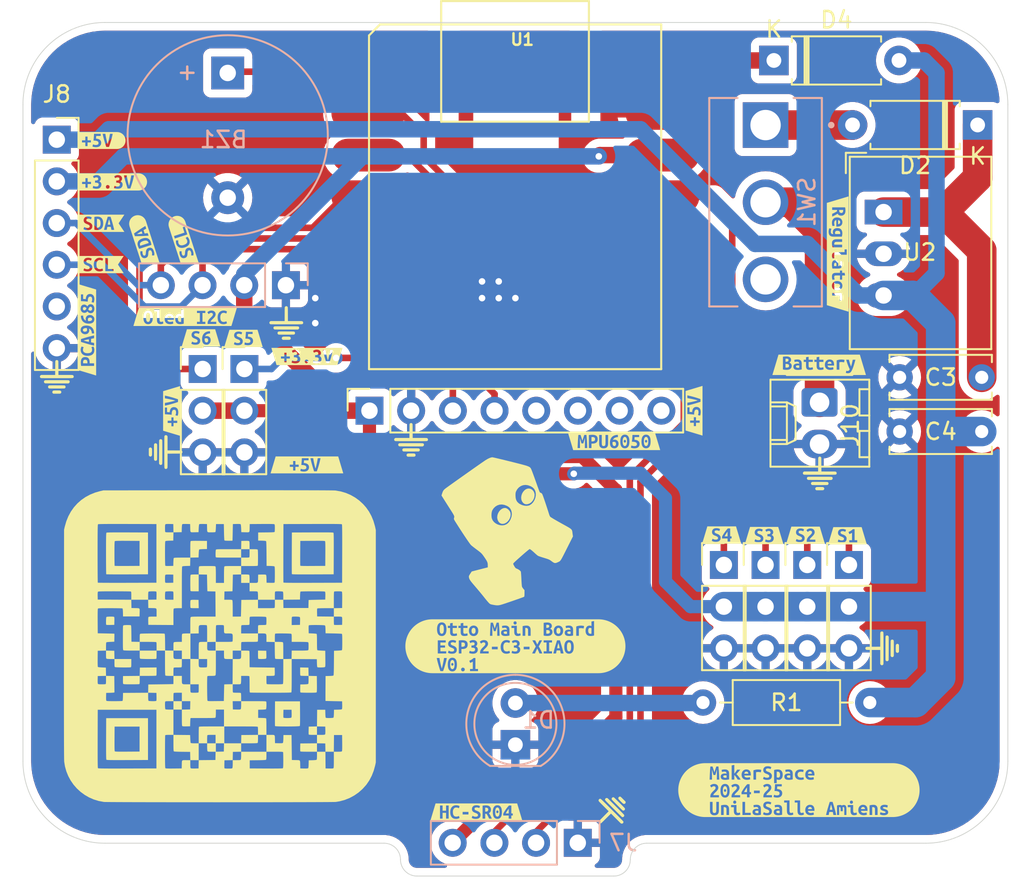
<source format=kicad_pcb>
(kicad_pcb (version 20240108) (generator "pcbnew") (generator_version "8.0")
  (layers (0 "F.Cu" signal "Front") (31 "B.Cu" signal "Back") (34 "B.Paste" user) (35 "F.Paste" user) (36 "B.SilkS" user "B.Silkscreen") (37 "F.SilkS" user "F.Silkscreen") (38 "B.Mask" user) (39 "F.Mask" user) (44 "Edge.Cuts" user))
  (net 0 "")
  (net 1 "GND")
  (net 2 "Net-(D1-A)")
  (net 3 "+5V")
  (net 4 "Buzzer")
  (net 5 "Servo-1")
  (net 6 "Servo-2")
  (net 7 "Servo-3")
  (net 8 "Servo-4")
  (net 9 "Servo-5")
  (net 11 "+3.3V")
  (net 12 "Echo")
  (net 13 "Trig")
  (net 14 "SCL")
  (net 15 "SDA")
  (net 17 "+BATT")
  (net 19 "Net-(J10-Pin_1)")
  (net 20 "Net-(D2-A)")
  (net 21 "Net-(D4-K)")
  (net 22 "EN-Driver")
  (footprint "kibuzzard-66E45A06" (layer "F.Cu") (at 117.3 70.348)
    (property "Reference" "kibuzzard-66E45A06" (hide yes))
    (property "Value" "G***" (hide yes))
  )
  (footprint "LOGO" (layer "F.Cu") (at 102.062553 71.597801)
    (property "Reference" "G***" (hide yes))
    (property "Value" "LOGO" (hide yes))
  )
  (footprint "LOGO" (layer "F.Cu") (at 152.352 88.128 90)
    (property "Reference" "G***" (hide yes))
    (property "Value" "LOGO" (hide yes))
  )
  (footprint "kibuzzard-66E45C9B" (layer "F.Cu") (at 109.726898 63.332584 108)
    (property "Reference" "kibuzzard-66E45C9B" (hide yes))
    (property "Value" "G***" (hide yes))
  )
  (footprint "kibuzzard-66E45B85" (layer "F.Cu") (at 113.434627 69.245399)
    (property "Reference" "kibuzzard-66E45B85" (hide yes))
    (property "Value" "G***" (hide yes))
  )
  (footprint "kibuzzard-66E45BBF" (layer "F.Cu") (at 105.44779 59.713663)
    (property "Reference" "kibuzzard-66E45BBF" (hide yes))
    (property "Value" "G***" (hide yes))
  )
  (footprint "Diode_THT:D_A-405_P7.62mm_Horizontal" (layer "F.Cu") (at 158.159374 56.243651 180)
    (property "Reference" "D2" (at 3.81 -2.47 0) (layer "F.SilkS"))
    (property "Value" "D_Small")
    (fp_text user "K" (at 0 -1.9 0) (layer "F.SilkS"))
    (pad "1" thru_hole rect (at 0 0 180) (size 1.8 1.8) (drill 0.9) (layers "*.Cu" "*.Mask") (net 17 "+BATT"))
    (pad "2" thru_hole oval (at 7.62 0 180) (size 1.8 1.8) (drill 0.9) (layers "*.Cu" "*.Mask") (net 20 "Net-(D2-A)"))
  )
  (footprint "Connector_PinHeader_2.54mm:PinHeader_1x03_P2.54mm_Vertical" (layer "F.Cu") (at 113.49 71.11)
    (property "Reference" "J5" (hide yes))
    (property "Value" "Conn_01x03")
    (pad "1" thru_hole rect (at 0 0) (size 1.7 1.7) (drill 1) (layers "*.Cu" "*.Mask") (net 9 "Servo-5"))
    (pad "2" thru_hole oval (at 0 2.54) (size 1.7 1.7) (drill 1) (layers "*.Cu" "*.Mask") (net 3 "+5V"))
    (pad "3" thru_hole oval (at 0 5.08) (size 1.7 1.7) (drill 1) (layers "*.Cu" "*.Mask") (net 1 "GND"))
  )
  (footprint "Connector_PinSocket_2.54mm:PinSocket_1x06_P2.54mm_Vertical" (layer "F.Cu") (at 102.06 57.14)
    (property "Reference" "J8" (at 0 -2.77 0) (layer "F.SilkS"))
    (property "Value" "PCA9685")
    (pad "1" thru_hole rect (at 0 0) (size 1.7 1.7) (drill 1) (layers "*.Cu" "*.Mask") (net 3 "+5V"))
    (pad "2" thru_hole oval (at 0 2.54) (size 1.7 1.7) (drill 1) (layers "*.Cu" "*.Mask") (net 11 "+3.3V"))
    (pad "3" thru_hole oval (at 0 5.08) (size 1.7 1.7) (drill 1) (layers "*.Cu" "*.Mask") (net 15 "SDA"))
    (pad "4" thru_hole oval (at 0 7.62) (size 1.7 1.7) (drill 1) (layers "*.Cu" "*.Mask") (net 14 "SCL"))
    (pad "5" thru_hole oval (at 0 10.16) (size 1.7 1.7) (drill 1) (layers "*.Cu" "*.Mask"))
    (pad "6" thru_hole oval (at 0 12.7) (size 1.7 1.7) (drill 1) (layers "*.Cu" "*.Mask") (net 1 "GND"))
  )
  (footprint "kibuzzard-66E45B4D" (layer "F.Cu") (at 147.675637 81.238656)
    (property "Reference" "kibuzzard-66E45B4D" (hide yes))
    (property "Value" "G***" (hide yes))
  )
  (footprint "kibuzzard-66E45B34" (layer "F.Cu") (at 142.566613 81.222984)
    (property "Reference" "kibuzzard-66E45B34" (hide yes))
    (property "Value" "G***" (hide yes))
  )
  (footprint "kibuzzard-66E45AAF" (layer "F.Cu") (at 148.505841 70.85662)
    (property "Reference" "kibuzzard-66E45AAF" (hide yes))
    (property "Value" "G***" (hide yes))
  )
  (footprint "kibuzzard-66E46157" (layer "F.Cu") (at 127.621966 98.101932)
    (property "Reference" "kibuzzard-66E46157" (hide yes))
    (property "Value" "G***" (hide yes))
  )
  (footprint "Diode_THT:D_A-405_P7.62mm_Horizontal" (layer "F.Cu") (at 145.748 52.314)
    (property "Reference" "D4" (at 3.81 -2.47 0) (layer "F.SilkS"))
    (property "Value" "D_Schottky")
    (fp_text user "K" (at 0 -1.9 0) (layer "F.SilkS"))
    (pad "1" thru_hole rect (at 0 0) (size 1.8 1.8) (drill 0.9) (layers "*.Cu" "*.Mask") (net 21 "Net-(D4-K)"))
    (pad "2" thru_hole oval (at 7.62 0) (size 1.8 1.8) (drill 0.9) (layers "*.Cu" "*.Mask") (net 3 "+5V"))
  )
  (footprint "Connector_PinHeader_2.54mm:PinHeader_1x03_P2.54mm_Vertical" (layer "F.Cu") (at 142.7 83.048)
    (property "Reference" "J4" (hide yes))
    (property "Value" "Conn_01x03")
    (pad "1" thru_hole rect (at 0 0) (size 1.7 1.7) (drill 1) (layers "*.Cu" "*.Mask") (net 8 "Servo-4"))
    (pad "2" thru_hole oval (at 0 2.54) (size 1.7 1.7) (drill 1) (layers "*.Cu" "*.Mask") (net 3 "+5V"))
    (pad "3" thru_hole oval (at 0 5.08) (size 1.7 1.7) (drill 1) (layers "*.Cu" "*.Mask") (net 1 "GND"))
  )
  (footprint "Capacitor_THT:C_Disc_D6.0mm_W2.5mm_P5.00mm" (layer "F.Cu") (at 158.408 71.618 180)
    (property "Reference" "C3" (at 2.5 0 0) (layer "F.SilkS"))
    (property "Value" "C_Small")
    (pad "1" thru_hole circle (at 0 0 180) (size 1.6 1.6) (drill 0.8) (layers "*.Cu" "*.Mask") (net 17 "+BATT"))
    (pad "2" thru_hole circle (at 5 0 180) (size 1.6 1.6) (drill 0.8) (layers "*.Cu" "*.Mask") (net 1 "GND"))
  )
  (footprint "kibuzzard-66E460BA" (layer "F.Cu") (at 103.931947 68.729117 90)
    (property "Reference" "kibuzzard-66E460BA" (hide yes))
    (property "Value" "G***" (hide yes))
  )
  (footprint "Resistor_THT:R_Axial_DIN0207_L6.3mm_D2.5mm_P10.16mm_Horizontal" (layer "F.Cu") (at 151.59 91.43 180)
    (property "Reference" "R1" (at 5.08 0 0) (layer "F.SilkS"))
    (property "Value" "R_Small")
    (pad "1" thru_hole circle (at 0 0 180) (size 1.6 1.6) (drill 0.8) (layers "*.Cu" "*.Mask") (net 3 "+5V"))
    (pad "2" thru_hole oval (at 10.16 0 180) (size 1.6 1.6) (drill 0.8) (layers "*.Cu" "*.Mask") (net 2 "Net-(D1-A)"))
  )
  (footprint "kibuzzard-66E45B47" (layer "F.Cu") (at 145.152469 81.254328)
    (property "Reference" "kibuzzard-66E45B47" (hide yes))
    (property "Value" "G***" (hide yes))
  )
  (footprint "Connector_PinHeader_2.54mm:PinHeader_1x03_P2.54mm_Vertical" (layer "F.Cu") (at 110.95 71.11)
    (property "Reference" "J6" (hide yes))
    (property "Value" "Conn_01x03")
    (pad "1" thru_hole rect (at 0 0) (size 1.7 1.7) (drill 1) (layers "*.Cu" "*.Mask") (net 22 "EN-Driver"))
    (pad "2" thru_hole oval (at 0 2.54) (size 1.7 1.7) (drill 1) (layers "*.Cu" "*.Mask") (net 3 "+5V"))
    (pad "3" thru_hole oval (at 0 5.08) (size 1.7 1.7) (drill 1) (layers "*.Cu" "*.Mask") (net 1 "GND"))
  )
  (footprint "Connector_Molex:Molex_KK-254_AE-6410-02A_1x02_P2.54mm_Vertical" (layer "F.Cu") (at 148.528966 73.142 -90)
    (property "Reference" "J10" (at 1.387 -1.877 90) (layer "F.SilkS"))
    (property "Value" "Conn_01x02")
    (pad "1" thru_hole roundrect (at 0 0 270) (size 1.74 2.19) (drill 1.19) (layers "*.Cu" "*.Mask") (roundrect_rratio 0.143678) (net 19 "Net-(J10-Pin_1)"))
    (pad "2" thru_hole oval (at 2.54 0 270) (size 1.74 2.19) (drill 1.19) (layers "*.Cu" "*.Mask") (net 1 "GND"))
  )
  (footprint "kibuzzard-66E45B15" (layer "F.Cu") (at 109.054754 73.666074 90)
    (property "Reference" "kibuzzard-66E45B15" (hide yes))
    (property "Value" "G***" (hide yes))
  )
  (footprint "Converter_DCDC:Converter_DCDC_RECOM_R-78E-0.5_THT" (layer "F.Cu") (at 152.4305 61.551 -90)
    (property "Reference" "U2" (at 2.447 -2.2075 180) (layer "F.SilkS"))
    (property "Value" "R-78E5.0-1.0")
    (pad "1" thru_hole rect (at 0 0 270) (size 1.5 2.3) (drill 1) (layers "*.Cu" "*.Mask") (net 17 "+BATT"))
    (pad "2" thru_hole oval (at 2.54 0 270) (size 1.5 2.3) (drill 1) (layers "*.Cu" "*.Mask") (net 1 "GND"))
    (pad "3" thru_hole oval (at 5.079999 0 270) (size 1.5 2.3) (drill 1) (layers "*.Cu" "*.Mask") (net 3 "+5V"))
  )
  (footprint "kibuzzard-66E45BE1" (layer "F.Cu") (at 104.79735 62.234395)
    (property "Reference" "kibuzzard-66E45BE1" (hide yes))
    (property "Value" "G***" (hide yes))
  )
  (footprint "LOGO" (layer "F.Cu") (at 148.542 77.479916)
    (property "Reference" "G***" (hide yes))
    (property "Value" "LOGO" (hide yes))
  )
  (footprint "Connector_PinHeader_2.54mm:PinHeader_1x03_P2.54mm_Vertical" (layer "F.Cu") (at 147.78 83.048)
    (property "Reference" "J2" (hide yes))
    (property "Value" "Conn_01x03")
    (pad "1" thru_hole rect (at 0 0) (size 1.7 1.7) (drill 1) (layers "*.Cu" "*.Mask") (net 6 "Servo-2"))
    (pad "2" thru_hole oval (at 0 2.54) (size 1.7 1.7) (drill 1) (layers "*.Cu" "*.Mask") (net 3 "+5V"))
    (pad "3" thru_hole oval (at 0 5.08) (size 1.7 1.7) (drill 1) (layers "*.Cu" "*.Mask") (net 1 "GND"))
  )
  (footprint "Connector_PinHeader_2.54mm:PinHeader_1x03_P2.54mm_Vertical" (layer "F.Cu") (at 145.24 83.048)
    (property "Reference" "J3" (hide yes))
    (property "Value" "Conn_01x03")
    (pad "1" thru_hole rect (at 0 0) (size 1.7 1.7) (drill 1) (layers "*.Cu" "*.Mask") (net 7 "Servo-3"))
    (pad "2" thru_hole oval (at 0 2.54) (size 1.7 1.7) (drill 1) (layers "*.Cu" "*.Mask") (net 3 "+5V"))
    (pad "3" thru_hole oval (at 0 5.08) (size 1.7 1.7) (drill 1) (layers "*.Cu" "*.Mask") (net 1 "GND"))
  )
  (footprint "LOGO" (layer "F.Cu") (at 116.041846 68.316)
    (property "Reference" "G***" (hide yes))
    (property "Value" "LOGO" (hide yes))
  )
  (footprint "LOGO" (layer "F.Cu") (at 129.492 81)
    (property "Reference" "G***" (hide yes))
    (property "Value" "LOGO" (hide yes))
  )
  (footprint "Connector_PinHeader_2.54mm:PinHeader_1x03_P2.54mm_Vertical" (layer "F.Cu") (at 150.32 83.048)
    (property "Reference" "J1" (hide yes))
    (property "Value" "Conn_01x03")
    (pad "1" thru_hole rect (at 0 0) (size 1.7 1.7) (drill 1) (layers "*.Cu" "*.Mask") (net 5 "Servo-1"))
    (pad "2" thru_hole oval (at 0 2.54) (size 1.7 1.7) (drill 1) (layers "*.Cu" "*.Mask") (net 3 "+5V"))
    (pad "3" thru_hole oval (at 0 5.08) (size 1.7 1.7) (drill 1) (layers "*.Cu" "*.Mask") (net 1 "GND"))
  )
  (footprint "LOGO" (layer "F.Cu") (at 123.643834 75.435378)
    (property "Reference" "G***" (hide yes))
    (property "Value" "LOGO" (hide yes))
  )
  (footprint "kibuzzard-66E45C62" (layer "F.Cu") (at 107.334328 63.311688 108)
    (property "Reference" "kibuzzard-66E45C62" (hide yes))
    (property "Value" "G***" (hide yes))
  )
  (footprint "xiao ESP32C3_PCB:MOUDLE14P-SMD-2.54-21X17.8MM" (layer "F.Cu") (at 121.0825 71.11925)
    (property "Reference" "U1" (at 9.3345 -20.07525 0) (layer "F.SilkS") (effects (font (size 0.7 0.7))))
    (property "Value" "MOUDLE-SEEEDUINO-XIAO-ESP32C3")
    (pad "1" smd roundrect (at 0.835 -18.12) (size 4.5 2) (drill (offset -0.875 0)) (layers "F.Cu" "F.Paste" "F.Mask") (roundrect_rratio 0.5) (net 4 "Buzzer"))
    (pad "2" smd roundrect (at 0.835 -15.58) (size 4.5 2) (drill (offset -0.875 0)) (layers "F.Cu" "F.Paste" "F.Mask") (roundrect_rratio 0.5) (net 12 "Echo"))
    (pad "3" smd roundrect (at 0.835 -13.04) (size 4.5 2) (drill (offset -0.875 0)) (layers "F.Cu" "F.Paste" "F.Mask") (roundrect_rratio 0.5) (net 13 "Trig"))
    (pad "4" smd roundrect (at 0.835 -10.5) (size 4.5 2) (drill (offset -0.875 0)) (layers "F.Cu" "F.Paste" "F.Mask") (roundrect_rratio 0.5) (net 22 "EN-Driver"))
    (pad "5" smd roundrect (at 0.835 -7.96) (size 4.5 2) (drill (offset -0.875 0)) (layers "F.Cu" "F.Paste" "F.Mask") (roundrect_rratio 0.5) (net 15 "SDA"))
    (pad "6" smd roundrect (at 0.835 -5.42) (size 4.5 2) (drill (offset -0.875 0)) (layers "F.Cu" "F.Paste" "F.Mask") (roundrect_rratio 0.5) (net 14 "SCL"))
    (pad "7" smd roundrect (at 0.835 -2.88) (size 4.5 2) (drill (offset -0.875 0)) (layers "F.Cu" "F.Paste" "F.Mask") (roundrect_rratio 0.5) (net 9 "Servo-5"))
    (pad "8" smd roundrect (at 17 -2.88) (size 4.5 2) (drill (offset 0.875 0)) (layers "F.Cu" "F.Paste" "F.Mask") (roundrect_rratio 0.5) (net 8 "Servo-4"))
    (pad "9" smd roundrect (at 17 -5.42) (size 4.5 2) (drill (offset 0.875 0)) (layers "F.Cu" "F.Paste" "F.Mask") (roundrect_rratio 0.5) (net 7 "Servo-3"))
    (pad "10" smd roundrect (at 17 -7.96) (size 4.5 2) (drill (offset 0.875 0)) (layers "F.Cu" "F.Paste" "F.Mask") (roundrect_rratio 0.5) (net 6 "Servo-2"))
    (pad "11" smd roundrect (at 17 -10.5) (size 4.5 2) (drill (offset 0.875 0)) (layers "F.Cu" "F.Paste" "F.Mask") (roundrect_rratio 0.5) (net 5 "Servo-1"))
    (pad "12" smd roundrect (at 17 -13.04) (size 4.5 2) (drill (offset 0.875 0)) (layers "F.Cu" "F.Paste" "F.Mask") (roundrect_rratio 0.5) (net 11 "+3.3V"))
    (pad "13" smd roundrect (at 17 -15.58) (size 4.5 2) (drill (offset 0.875 0)) (layers "F.Cu" "F.Paste" "F.Mask") (roundrect_rratio 0.5) (net 1 "GND"))
    (pad "14" smd roundrect (at 17 -18.12) (size 4.5 2) (drill (offset 0.875 0)) (layers "F.Cu" "F.Paste" "F.Mask") (roundrect_rratio 0.5) (net 21 "Net-(D4-K)"))
    (zone (net 0) (net_name "") (layer "F.Cu") (connect_pads (clearance 0)) (min_thickness 0.01)
      (keepout (tracks not_allowed) (vias not_allowed) (pads not_allowed) (copperpour not_allowed) (footprints allowed))
      (fill (thermal_gap 0.508) (thermal_bridge_width 0.508))
      (polygon (pts (xy 124.7655 50.03725) (xy 126.5435 50.03725) (xy 126.5435 52.70425) (xy 124.7655 52.70425)))
    )
    (zone (net 0) (net_name "") (layer "F.Cu") (connect_pads (clearance 0)) (min_thickness 0.01)
      (keepout (tracks not_allowed) (vias not_allowed) (pads not_allowed) (copperpour not_allowed) (footprints allowed))
      (fill (thermal_gap 0.508) (thermal_bridge_width 0.508))
      (polygon (pts (xy 124.7655 54.10125) (xy 126.5435 54.10125) (xy 126.5435 56.76825) (xy 124.7655 56.76825)))
    )
    (zone (net 0) (net_name "") (layer "F.Cu") (connect_pads (clearance 0)) (min_thickness 0.01)
      (keepout (tracks not_allowed) (vias not_allowed) (pads not_allowed) (copperpour not_allowed) (footprints allowed))
      (fill (thermal_gap 0.508) (thermal_bridge_width 0.508))
      (polygon (pts (xy 127.4325 50.79925) (xy 132.6395 50.79925) (xy 132.6395 57.78425) (xy 127.4325 57.78425)))
    )
    (zone (net 0) (net_name "") (layer "F.Cu") (connect_pads (clearance 0)) (min_thickness 0.01)
      (keepout (tracks not_allowed) (vias not_allowed) (pads not_allowed) (copperpour not_allowed) (footprints allowed))
      (fill (thermal_gap 0.508) (thermal_bridge_width 0.508))
      (polygon (pts (xy 133.4015 50.03725) (xy 135.1795 50.03725) (xy 135.1795 52.70425) (xy 133.4015 52.70425)))
    )
    (zone (net 0) (net_name "") (layer "F.Cu") (connect_pads (clearance 0)) (min_thickness 0.01)
      (keepout (tracks not_allowed) (vias not_allowed) (pads not_allowed) (copperpour not_allowed) (footprints allowed))
      (fill (thermal_gap 0.508) (thermal_bridge_width 0.508))
      (polygon (pts (xy 133.4015 54.10125) (xy 135.1795 54.10125) (xy 135.1795 56.76825) (xy 133.4015 56.76825)))
    )
  )
  (footprint "kibuzzard-66E45BF0" (layer "F.Cu") (at 104.776454 64.748856)
    (property "Reference" "kibuzzard-66E45BF0" (hide yes))
    (property "Value" "G***" (hide yes))
  )
  (footprint "kibuzzard-66E460A4" (layer "F.Cu") (at 109.883338 67.926462)
    (property "Reference" "kibuzzard-66E460A4" (hide yes))
    (property "Value" "G***" (hide yes))
  )
  (footprint "kibuzzard-66E45BAB" (layer "F.Cu") (at 104.789572 57.190494)
    (property "Reference" "kibuzzard-66E45BAB" (hide yes))
    (property "Value" "G***" (hide yes))
  )
  (footprint "kibuzzard-6707CF99" (layer "F.Cu") (at 130 88)
    (property "Reference" "kibuzzard-6707CF99" (hide yes))
    (property "Value" "G***" (hide yes))
  )
  (footprint "kibuzzard-66E45A30" (layer "F.Cu") (at 117.3 76.952)
    (property "Reference" "kibuzzard-66E45A30" (hide yes))
    (property "Value" "G***" (hide yes))
  )
  (footprint "LOGO" (layer "F.Cu") (at 135.842 98.034 135)
    (property "Reference" "G***" (hide yes))
    (property "Value" "LOGO" (hide yes))
  )
  (footprint "LOGO" (layer "F.Cu") (at 112 88)
    (property "Reference" "G***" (hide yes))
    (property "Value" "LOGO" (hide yes))
  )
  (footprint "kibuzzard-66E45B8A" (layer "F.Cu") (at 110.848771 69.214055)
    (property "Reference" "kibuzzard-66E45B8A" (hide yes))
    (property "Value" "G***" (hide yes))
  )
  (footprint "kibuzzard-66E460D9" (layer "F.Cu") (at 136.013689 75.525884)
    (property "Reference" "kibuzzard-66E460D9" (hide yes))
    (property "Value" "G***" (hide yes))
  )
  (footprint "Connector_PinSocket_2.54mm:PinSocket_1x08_P2.54mm_Vertical" (layer "F.Cu") (at 121.109999 73.65 90)
    (property "Reference" "J13" (hide yes))
    (property "Value" "MPU6050")
    (pad "1" thru_hole rect (at 0 0 90) (size 1.7 1.7) (drill 1) (layers "*.Cu" "*.Mask") (net 11 "+3.3V"))
    (pad "2" thru_hole oval (at 0 2.54 90) (size 1.7 1.7) (drill 1) (layers "*.Cu" "*.Mask") (net 1 "GND"))
    (pad "3" thru_hole oval (at 0 5.079999 90) (size 1.7 1.7) (drill 1) (layers "*.Cu" "*.Mask") (net 14 "SCL"))
    (pad "4" thru_hole oval (at 0 7.62 90) (size 1.7 1.7) (drill 1) (layers "*.Cu" "*.Mask") (net 15 "SDA"))
    (pad "5" thru_hole oval (at 0 10.16 90) (size 1.7 1.7) (drill 1) (layers "*.Cu" "*.Mask"))
    (pad "6" thru_hole oval (at 0 12.7 90) (size 1.7 1.7) (drill 1) (layers "*.Cu" "*.Mask"))
    (pad "7" thru_hole oval (at 0 15.24 90) (size 1.7 1.7) (drill 1) (layers "*.Cu" "*.Mask"))
    (pad "8" thru_hole oval (at 0 17.780001 90) (size 1.7 1.7) (drill 1) (layers "*.Cu" "*.Mask"))
  )
  (footprint "kibuzzard-6707CFA2" (layer "F.Cu") (at 147.272 96.764)
    (property "Reference" "kibuzzard-6707CFA2" (hide yes))
    (property "Value" "G***" (hide yes))
  )
  (footprint "kibuzzard-66E45B51" (layer "F.Cu") (at 150.23015 81.27)
    (property "Reference" "kibuzzard-66E45B51" (hide yes))
    (property "Value" "G***" (hide yes))
  )
  (footprint "kibuzzard-6707C6B3" (layer "F.Cu") (at 149.633381 64.107135 -90)
    (property "Reference" "kibuzzard-6707C6B3" (hide yes))
    (property "Value" "G***" (hide yes))
  )
  (footprint "kibuzzard-66E45B15" (layer "F.Cu") (at 140.883224 73.65325 90)
    (property "Reference" "kibuzzard-66E45B15" (hide yes))
    (property "Value" "G***" (hide yes))
  )
  (footprint "LOGO" (layer "F.Cu") (at 108.683743 76.16845 -90)
    (property "Reference" "G***" (hide yes))
    (property "Value" "LOGO" (hide yes))
  )
  (footprint "Capacitor_THT:C_Disc_D6.0mm_W2.5mm_P5.00mm" (layer "F.Cu") (at 158.408 74.92 180)
    (property "Reference" "C4" (at 2.5 0 0) (layer "F.SilkS"))
    (property "Value" "C_Small")
    (pad "1" thru_hole circle (at 0 0 180) (size 1.6 1.6) (drill 0.8) (layers "*.Cu" "*.Mask") (net 3 "+5V"))
    (pad "2" thru_hole circle (at 5 0 180) (size 1.6 1.6) (drill 0.8) (layers "*.Cu" "*.Mask") (net 1 "GND"))
  )
  (footprint "LED_THT:LED_D5.0mm" (layer "B.Cu") (at 130 94 90)
    (property "Reference" "D1" (at 1.501993 1.41302 180) (layer "B.SilkS") (effects (justify mirror)))
    (property "Value" "LED_Small")
    (pad "1" thru_hole rect (at 0 0 90) (size 1.8 1.8) (drill 0.9) (layers "*.Cu" "*.Mask") (net 1 "GND"))
    (pad "2" thru_hole circle (at 2.54 0 90) (size 1.8 1.8) (drill 0.9) (layers "*.Cu" "*.Mask") (net 2 "Net-(D1-A)"))
  )
  (footprint "Connector_PinSocket_2.54mm:PinSocket_1x04_P2.54mm_Vertical" (layer "B.Cu") (at 116.02 66.005 90)
    (property "Reference" "J12" (hide yes))
    (property "Value" "OLED 0,91\" - I2C (SKU21796)")
    (pad "1" thru_hole rect (at 0 0 90) (size 1.7 1.7) (drill 1) (layers "*.Cu" "*.Mask") (net 1 "GND"))
    (pad "2" thru_hole oval (at 0 -2.54 90) (size 1.7 1.7) (drill 1) (layers "*.Cu" "*.Mask") (net 11 "+3.3V"))
    (pad "3" thru_hole oval (at 0 -5.079999 90) (size 1.7 1.7) (drill 1) (layers "*.Cu" "*.Mask") (net 14 "SCL"))
    (pad "4" thru_hole oval (at 0 -7.62 90) (size 1.7 1.7) (drill 1) (layers "*.Cu" "*.Mask") (net 15 "SDA"))
  )
  (footprint "Connector_PinSocket_2.54mm:PinSocket_1x04_P2.54mm_Vertical" (layer "B.Cu") (at 133.8 99.975 90)
    (property "Reference" "J7" (at 0 2.77 180) (layer "B.SilkS") (effects (justify mirror)))
    (property "Value" "Conn_01x04")
    (pad "1" thru_hole rect (at 0 0 90) (size 1.7 1.7) (drill 1) (layers "*.Cu" "*.Mask") (net 1 "GND"))
    (pad "2" thru_hole oval (at 0 -2.54 90) (size 1.7 1.7) (drill 1) (layers "*.Cu" "*.Mask") (net 12 "Echo"))
    (pad "3" thru_hole oval (at 0 -5.08 90) (size 1.7 1.7) (drill 1) (layers "*.Cu" "*.Mask") (net 13 "Trig"))
    (pad "4" thru_hole oval (at 0 -7.62 90) (size 1.7 1.7) (drill 1) (layers "*.Cu" "*.Mask") (net 11 "+3.3V"))
  )
  (footprint "100SP1T1B4M2QE:SW_100SP1T1B4M2QE" (layer "B.Cu") (at 145.24 60.95 180)
    (property "Reference" "SW1" (at -2.520497 0.013582 -90) (layer "B.SilkS") (effects (justify mirror)))
    (property "Value" "SW_SPDT")
    (pad "1" thru_hole rect (at 0 4.7 180) (size 2.775 2.775) (drill 1.85) (layers "*.Cu" "*.Mask") (net 20 "Net-(D2-A)"))
    (pad "2" thru_hole circle (at 0 0 180) (size 2.775 2.775) (drill 1.85) (layers "*.Cu" "*.Mask") (net 19 "Net-(J10-Pin_1)"))
    (pad "3" thru_hole circle (at 0 -4.7 180) (size 2.775 2.775) (drill 1.85) (layers "*.Cu" "*.Mask"))
  )
  (footprint "Buzzer_Beeper:Buzzer_12x9.5RM7.6" (layer "B.Cu") (at 112.474 53.076 -90)
    (property "Reference" "BZ1" (at 4.064 0.254 180) (layer "B.SilkS") (effects (justify mirror)))
    (property "Value" "Buzzer")
    (fp_text user "+" (at -0.01 2.54 90) (layer "B.SilkS") (effects (justify mirror)))
    (pad "1" thru_hole rect (at 0 0 270) (size 2 2) (drill 1) (layers "*.Cu" "*.Mask") (net 4 "Buzzer"))
    (pad "2" thru_hole circle (at 7.6 0 270) (size 2 2) (drill 1) (layers "*.Cu" "*.Mask") (net 1 "GND"))
  )
  (gr_line (start 124 102) (end 136 102) (stroke (width 0.05)) (layer "Edge.Cuts"))
  (gr_line (start 100 95) (end 100 55) (stroke (width 0.05)) (layer "Edge.Cuts"))
  (gr_arc (start 124 102) (mid 123.292893 101.707107) (end 123 101) (stroke (width 0.05)) (layer "Edge.Cuts"))
  (gr_line (start 122 100) (end 105 100) (stroke (width 0.05)) (layer "Edge.Cuts"))
  (gr_arc (start 155 50) (mid 158.535534 51.464466) (end 160 55) (stroke (width 0.05)) (layer "Edge.Cuts"))
  (gr_arc (start 100 55) (mid 101.464466 51.464466) (end 105 50) (stroke (width 0.05)) (layer "Edge.Cuts"))
  (gr_line (start 160 55) (end 160 95) (stroke (width 0.05)) (layer "Edge.Cuts"))
  (gr_line (start 105 50) (end 155 50) (stroke (width 0.05)) (layer "Edge.Cuts"))
  (gr_arc (start 137 101) (mid 137.292893 100.292893) (end 138 100) (stroke (width 0.05)) (layer "Edge.Cuts"))
  (gr_arc (start 137 101) (mid 136.707107 101.707107) (end 136 102) (stroke (width 0.05)) (layer "Edge.Cuts"))
  (gr_arc (start 160 95) (mid 158.535534 98.535534) (end 155 100) (stroke (width 0.05)) (layer "Edge.Cuts"))
  (gr_arc (start 105 100) (mid 101.464466 98.535534) (end 100 95) (stroke (width 0.05)) (layer "Edge.Cuts"))
  (gr_arc (start 122 100) (mid 122.707107 100.292893) (end 123 101) (stroke (width 0.05)) (layer "Edge.Cuts"))
  (gr_line (start 138 100) (end 155 100) (stroke (width 0.05)) (layer "Edge.Cuts"))
  (via (at 128.984 66.792) (size 0.8) (drill 0.4) (layers "F.Cu" "B.Cu") (net 1))
  (via (at 128.984 65.776) (size 0.8) (drill 0.4) (layers "F.Cu" "B.Cu") (net 1))
  (via (at 127.968 66.792) (size 0.8) (drill 0.4) (layers "F.Cu" "B.Cu") (net 1))
  (via (at 130 66.792) (size 0.8) (drill 0.4) (layers "F.Cu" "B.Cu") (net 1))
  (via (at 117.808 66.792) (size 0.8) (drill 0.4) (layers "F.Cu" "B.Cu") (net 1))
  (via (at 127.968 65.776) (size 0.8) (drill 0.4) (layers "F.Cu" "B.Cu") (net 1))
  (via (at 117.808 68.316) (size 0.8) (drill 0.4) (layers "F.Cu" "B.Cu") (net 1))
  (segment (start 141.4 91.46) (end 141.43 91.43) (width 1) (layer "B.Cu") (net 2))
  (segment (start 130 91.46) (end 141.4 91.46) (width 1) (layer "B.Cu") (net 2))
  (segment (start 121.803654 77.494) (end 117.959654 73.65) (width 0.8) (layer "F.Cu") (net 3))
  (segment (start 110.95 73.65) (end 113.49 73.65) (width 1) (layer "F.Cu") (net 3))
  (segment (start 133.556 77.494) (end 121.803654 77.494) (width 0.8) (layer "F.Cu") (net 3))
  (segment (start 117.959654 73.65) (end 113.49 73.65) (width 0.8) (layer "F.Cu") (net 3))
  (via (at 133.556 77.494) (size 0.8) (drill 0.4) (layers "F.Cu" "B.Cu") (net 3))
  (segment (start 145.24 85.588) (end 147.78 85.588) (width 1.8) (layer "B.Cu") (net 3))
  (segment (start 139.144 84.064) (end 140.668 85.588) (width 0.8) (layer "B.Cu") (net 3))
  (segment (start 155.908 85.588) (end 150.32 85.588) (width 1.8) (layer "B.Cu") (net 3))
  (segment (start 155.908 72.126) (end 155.908 68.316) (width 1.8) (layer "B.Cu") (net 3))
  (segment (start 137.62 56.505) (end 144.604999 63.489999) (width 1) (layer "B.Cu") (net 3))
  (segment (start 104.6 57.14) (end 105.235 56.505) (width 1) (layer "B.Cu") (net 3))
  (segment (start 147.78 85.588) (end 150.32 85.588) (width 1.8) (layer "B.Cu") (net 3))
  (segment (start 158.408 74.92) (end 155.908 74.92) (width 1.8) (layer "B.Cu") (net 3))
  (segment (start 139.144 78.984) (end 139.144 84.064) (width 0.8) (layer "B.Cu") (net 3))
  (segment (start 152.4305 66.630999) (end 154.291001 66.630999) (width 1) (layer "B.Cu") (net 3))
  (segment (start 144.604999 63.489999) (end 147.779999 63.489999) (width 1) (layer "B.Cu") (net 3))
  (segment (start 155.908 84.064) (end 155.908 85.588) (width 1.8) (layer "B.Cu") (net 3))
  (segment (start 102.06 57.14) (end 104.6 57.14) (width 1) (layer "B.Cu") (net 3))
  (segment (start 154.291001 66.630999) (end 155.654 65.268) (width 1) (layer "B.Cu") (net 3))
  (segment (start 155.654 53.076) (end 154.892 52.314) (width 1) (layer "B.Cu") (net 3))
  (segment (start 140.668 85.588) (end 142.7 85.588) (width 0.8) (layer "B.Cu") (net 3))
  (segment (start 155.908 89.906) (end 155.908 84.064) (width 1.8) (layer "B.Cu") (net 3))
  (segment (start 154.892 52.314) (end 153.368 52.314) (width 1) (layer "B.Cu") (net 3))
  (segment (start 150.920999 66.630999) (end 152.4305 66.630999) (width 1) (layer "B.Cu") (net 3))
  (segment (start 137.62 77.46) (end 139.144 78.984) (width 0.8) (layer "B.Cu") (net 3))
  (segment (start 147.779999 63.489999) (end 150.920999 66.630999) (width 1) (layer "B.Cu") (net 3))
  (segment (start 155.908 74.158) (end 155.908 72.126) (width 1.8) (layer "B.Cu") (net 3))
  (segment (start 105.235 56.505) (end 137.62 56.505) (width 1) (layer "B.Cu") (net 3))
  (segment (start 154.384 91.43) (end 155.908 89.906) (width 1.8) (layer "B.Cu") (net 3))
  (segment (start 151.59 91.43) (end 154.384 91.43) (width 1.8) (layer "B.Cu") (net 3))
  (segment (start 133.556 77.494) (end 133.59 77.46) (width 0.8) (layer "B.Cu") (net 3))
  (segment (start 142.7 85.588) (end 145.24 85.588) (width 1.8) (layer "B.Cu") (net 3))
  (segment (start 155.908 74.158) (end 155.908 84.064) (width 1.8) (layer "B.Cu") (net 3))
  (segment (start 155.908 68.316) (end 154.222999 66.630999) (width 1.8) (layer "B.Cu") (net 3))
  (segment (start 154.222999 66.630999) (end 152.4305 66.630999) (width 1.8) (layer "B.Cu") (net 3))
  (segment (start 155.908 74.92) (end 155.908 74.158) (width 1.8) (layer "B.Cu") (net 3))
  (segment (start 133.59 77.46) (end 137.62 77.46) (width 0.8) (layer "B.Cu") (net 3))
  (segment (start 155.654 65.268) (end 155.654 53.076) (width 1) (layer "B.Cu") (net 3))
  (segment (start 112.55075 52.99925) (end 112.474 53.076) (width 0.4) (layer "F.Cu") (net 4))
  (segment (start 121.9175 52.99925) (end 112.55075 52.99925) (width 0.4) (layer "F.Cu") (net 4))
  (segment (start 144.65 77.220762) (end 145.905238 78.476) (width 0.4) (layer "F.Cu") (net 5))
  (segment (start 142.11525 60.61925) (end 143.208 61.712) (width 0.4) (layer "F.Cu") (net 5))
  (segment (start 145.905238 78.476) (end 149.05 78.476) (width 0.4) (layer "F.Cu") (net 5))
  (segment (start 150.32 79.746) (end 150.32 83.048) (width 0.4) (layer "F.Cu") (net 5))
  (segment (start 149.05 78.476) (end 150.32 79.746) (width 0.4) (layer "F.Cu") (net 5))
  (segment (start 144.65 70.048286) (end 144.65 77.220762) (width 0.4) (layer "F.Cu") (net 5))
  (segment (start 138.0825 60.61925) (end 138.0825 60.878986) (width 0.2) (layer "F.Cu") (net 5))
  (segment (start 143.208 68.606286) (end 144.65 70.048286) (width 0.4) (layer "F.Cu") (net 5))
  (segment (start 143.208 61.712) (end 143.208 68.606286) (width 0.4) (layer "F.Cu") (net 5))
  (segment (start 138.0825 60.61925) (end 142.11525 60.61925) (width 0.4) (layer "F.Cu") (net 5))
  (segment (start 144 77.490001) (end 144 70.317524) (width 0.4) (layer "F.Cu") (net 6))
  (segment (start 146.906 79.126) (end 145.635999 79.126) (width 0.4) (layer "F.Cu") (net 6))
  (segment (start 147.78 83.048) (end 147.78 80) (width 0.4) (layer "F.Cu") (net 6))
  (segment (start 147.78 80) (end 146.906 79.126) (width 0.4) (layer "F.Cu") (net 6))
  (segment (start 145.635999 79.126) (end 144 77.490001) (width 0.4) (layer "F.Cu") (net 6))
  (segment (start 141.437083 63.15925) (end 138.0825 63.15925) (width 0.4) (layer "F.Cu") (net 6))
  (segment (start 142.554023 68.871547) (end 142.554023 64.27619) (width 0.4) (layer "F.Cu") (net 6))
  (segment (start 142.554023 64.27619) (end 141.437083 63.15925) (width 0.4) (layer "F.Cu") (net 6))
  (segment (start 144 70.317524) (end 142.554023 68.871547) (width 0.4) (layer "F.Cu") (net 6))
  (segment (start 143.35 77.856) (end 145.24 79.746) (width 0.4) (layer "F.Cu") (net 7))
  (segment (start 141.27943 65.69925) (end 141.904023 66.323843) (width 0.4) (layer "F.Cu") (net 7))
  (segment (start 145.24 79.746) (end 145.24 83.048) (width 0.4) (layer "F.Cu") (net 7))
  (segment (start 143.35 70.586762) (end 143.35 77.856) (width 0.4) (layer "F.Cu") (net 7))
  (segment (start 138.0825 65.69925) (end 141.27943 65.69925) (width 0.4) (layer "F.Cu") (net 7))
  (segment (start 141.904023 69.140785) (end 143.35 70.586762) (width 0.4) (layer "F.Cu") (net 7))
  (segment (start 141.904023 66.323843) (end 141.904023 69.140785) (width 0.4) (layer "F.Cu") (net 7))
  (segment (start 138.0825 68.23925) (end 140.08325 68.23925) (width 0.4) (layer "F.Cu") (net 8))
  (segment (start 142.7 70.856) (end 142.7 83.048) (width 0.4) (layer "F.Cu") (net 8))
  (segment (start 140.08325 68.23925) (end 142.7 70.856) (width 0.4) (layer "F.Cu") (net 8))
  (segment (start 121.2305 70.436) (end 121.9175 69.749) (width 0.4) (layer "F.Cu") (net 9))
  (segment (start 119.078 70.436) (end 121.2305 70.436) (width 0.4) (layer "F.Cu") (net 9))
  (segment (start 121.9175 69.749) (end 121.9175 68.23925) (width 0.4) (layer "F.Cu") (net 9))
  (via (at 119.078 70.436) (size 0.8) (drill 0.4) (layers "F.Cu" "B.Cu") (net 9))
  (segment (start 119.078 70.436) (end 115.815 70.436) (width 0.4) (layer "B.Cu") (net 9))
  (segment (start 115.815 70.436) (end 115.141 71.11) (width 0.4) (layer "B.Cu") (net 9))
  (segment (start 115.141 71.11) (end 113.49 71.11) (width 0.4) (layer "B.Cu") (net 9))
  (segment (start 136.12 78.476) (end 136.096 78.476) (width 0.8) (layer "F.Cu") (net 11))
  (segment (start 121.109999 73.65) (end 119.586 73.65) (width 1) (layer "F.Cu") (net 11))
  (segment (start 136.096 78.476) (end 134.064 76.444) (width 0.8) (layer "F.Cu") (net 11))
  (segment (start 135.08 58.156) (end 135.15675 58.07925) (width 1) (layer "F.Cu") (net 11))
  (segment (start 128.883 97.272) (end 131.18068 97.272) (width 0.8) (layer "F.Cu") (net 11))
  (segment (start 136.12 92.33268) (end 136.12 78.476) (width 0.8) (layer "F.Cu") (net 11))
  (segment (start 134.064 76.444) (end 122.238578 76.444) (width 0.8) (layer "F.Cu") (net 11))
  (segment (start 131.18068 97.272) (end 136.12 92.33268) (width 0.8) (layer "F.Cu") (net 11))
  (segment (start 135.15675 58.07925) (end 138.0825 58.07925) (width 1) (layer "F.Cu") (net 11))
  (segment (start 122.238578 76.444) (end 121.109999 75.315421) (width 0.8) (layer "F.Cu") (net 11))
  (segment (start 126.18 99.975) (end 128.883 97.272) (width 0.8) (layer "F.Cu") (net 11))
  (segment (start 119.586 73.65) (end 113.48 67.544) (width 1) (layer "F.Cu") (net 11))
  (segment (start 121.109999 75.315421) (end 121.109999 73.65) (width 0.8) (layer "F.Cu") (net 11))
  (segment (start 113.48 67.544) (end 113.48 66.005) (width 1) (layer "F.Cu") (net 11))
  (via (at 135.08 58.156) (size 0.8) (drill 0.4) (layers "F.Cu" "B.Cu") (net 11))
  (segment (start 135.08 58.156) (end 120.669 58.156) (width 1) (layer "B.Cu") (net 11))
  (segment (start 113.48 65.345) (end 113.48 66.005) (width 1) (layer "B.Cu") (net 11))
  (segment (start 104.6 59.68) (end 106.124 58.156) (width 1) (layer "B.Cu") (net 11))
  (segment (start 106.124 58.156) (end 120.669 58.156) (width 1) (layer "B.Cu") (net 11))
  (segment (start 119.7465 59.0785) (end 113.48 65.345) (width 1) (layer "B.Cu") (net 11))
  (segment (start 120.669 58.156) (end 119.7465 59.0785) (width 1) (layer "B.Cu") (net 11))
  (segment (start 102.06 59.68) (end 104.6 59.68) (width 1) (layer "B.Cu") (net 11))
  (segment (start 113.48 66.02) (end 113.48 66.005) (width 0.2) (layer "B.Cu") (net 11))
  (segment (start 123.06525 55.53925) (end 121.9175 55.53925) (width 0.4) (layer "F.Cu") (net 12))
  (segment (start 137.62 92.954) (end 137.62 77.968) (width 0.4) (layer "F.Cu") (net 12))
  (segment (start 131.26 99.975) (end 131.26 99.314) (width 0.4) (layer "F.Cu") (net 12))
  (segment (start 139.652 69.84) (end 136.096 69.84) (width 0.4) (layer "F.Cu") (net 12))
  (segment (start 124.412 58.156) (end 124.412 56.886) (width 0.4) (layer "F.Cu") (net 12))
  (segment (start 136.096 69.84) (end 124.412 58.156) (width 0.4) (layer "F.Cu") (net 12))
  (segment (start 137.62 77.968) (end 140.922 74.666) (width 0.4) (layer "F.Cu") (net 12))
  (segment (start 131.26 99.314) (end 137.62 92.954) (width 0.4) (layer "F.Cu") (net 12))
  (segment (start 140.922 71.11) (end 139.652 69.84) (width 0.4) (layer "F.Cu") (net 12))
  (segment (start 140.922 74.666) (end 140.922 71.11) (width 0.4) (layer "F.Cu") (net 12))
  (segment (start 124.412 56.886) (end 123.06525 55.53925) (width 0.4) (layer "F.Cu") (net 12))
  (segment (start 123.416012 58.07925) (end 135.826762 70.49) (width 0.4) (layer "F.Cu") (net 13))
  (segment (start 135.826762 70.49) (end 139.382762 70.49) (width 0.4) (layer "F.Cu") (net 13))
  (segment (start 140.256762 71.364) (end 140.256762 74.412) (width 0.4) (layer "F.Cu") (net 13))
  (segment (start 140.256762 74.412) (end 137.350761 77.318) (width 0.4) (layer "F.Cu") (net 13))
  (segment (start 136.97 92.684762) (end 131.366762 98.288) (width 0.4) (layer "F.Cu") (net 13))
  (segment (start 121.9175 58.07925) (end 123.416012 58.07925) (width 0.4) (layer "F.Cu") (net 13))
  (segment (start 137.350761 77.318) (end 136.97 77.698761) (width 0.4) (layer "F.Cu") (net 13))
  (segment (start 139.382762 70.49) (end 140.256762 71.364) (width 0.4) (layer "F.Cu") (net 13))
  (segment (start 129.746 98.288) (end 128.72 99.314) (width 0.4) (layer "F.Cu") (net 13))
  (segment (start 128.72 99.314) (end 128.72 99.975) (width 0.4) (layer "F.Cu") (net 13))
  (segment (start 131.366762 98.288) (end 129.746 98.288) (width 0.4) (layer "F.Cu") (net 13))
  (segment (start 136.97 77.698761) (end 136.97 92.684762) (width 0.4) (layer "F.Cu") (net 13))
  (segment (start 125.09725 65.69925) (end 126.189998 66.791998) (width 0.4) (layer "F.Cu") (net 14))
  (segment (start 117.61925 63.80925) (end 111.64675 63.80925) (width 0.4) (layer "F.Cu") (net 14))
  (segment (start 119.50925 65.69925) (end 117.61925 63.80925) (width 0.4) (layer "F.Cu") (net 14))
  (segment (start 121.9175 65.69925) (end 125.09725 65.69925) (width 0.4) (layer "F.Cu") (net 14))
  (segment (start 111.64675 63.80925) (end 110.940001 64.515999) (width 0.4) (layer "F.Cu") (net 14))
  (segment (start 110.940001 64.515999) (end 110.940001 66.005) (width 0.4) (layer "F.Cu") (net 14))
  (segment (start 121.9175 65.69925) (end 119.50925 65.69925) (width 0.4) (layer "F.Cu") (net 14))
  (segment (start 126.189998 66.791998) (end 126.189998 73.65) (width 0.4) (layer "F.Cu") (net 14))
  (segment (start 104.854 64.76) (end 107.399 67.305) (width 0.4) (layer "B.Cu") (net 14))
  (segment (start 109.640001 67.305) (end 110.940001 66.005) (width 0.4) (layer "B.Cu") (net 14))
  (segment (start 107.399 67.305) (end 109.640001 67.305) (width 0.4) (layer "B.Cu") (net 14))
  (segment (start 102.06 64.76) (end 104.854 64.76) (width 0.4) (layer "B.Cu") (net 14))
  (segment (start 121.9175 63.15925) (end 110.01075 63.15925) (width 0.4) (layer "F.Cu") (net 15))
  (segment (start 126.839998 70.743998) (end 128.729999 72.633999) (width 0.4) (layer "F.Cu") (net 15))
  (segment (start 126.839998 66.425998) (end 126.839998 70.743998) (width 0.4) (layer "F.Cu") (net 15))
  (segment (start 121.9175 63.15925) (end 123.57325 63.15925) (width 0.4) (layer "F.Cu") (net 15))
  (segment (start 128.729999 72.633999) (end 128.729999 73.65) (width 0.4) (layer "F.Cu") (net 15))
  (segment (start 123.57325 63.15925) (end 126.839998 66.425998) (width 0.4) (layer "F.Cu") (net 15))
  (segment (start 110.01075 63.15925) (end 108.4 64.77) (width 0.4) (layer "F.Cu") (net 15))
  (segment (start 108.4 64.77) (end 108.4 66.005) (width 0.4) (layer "F.Cu") (net 15))
  (segment (start 103.233238 62.22) (end 107.018238 66.005) (width 0.4) (layer "B.Cu") (net 15))
  (segment (start 102.06 62.22) (end 103.233238 62.22) (width 0.4) (layer "B.Cu") (net 15))
  (segment (start 107.018238 66.005) (end 108.4 66.005) (width 0.4) (layer "B.Cu") (net 15))
  (segment (start 158.159374 56.243651) (end 158.159374 59.460626) (width 1.8) (layer "F.Cu") (net 17))
  (segment (start 158.408 63.89) (end 156.069 61.551) (width 1.8) (layer "F.Cu") (net 17))
  (segment (start 158.408 71.618) (end 158.408 63.89) (width 1.8) (layer "F.Cu") (net 17))
  (segment (start 156.069 61.551) (end 152.4305 61.551) (width 1.8) (layer "F.Cu") (net 17))
  (segment (start 158.159374 59.460626) (end 156.069 61.551) (width 1.8) (layer "F.Cu") (net 17))
  (segment (start 148.528966 62.714966) (end 146.764 60.95) (width 1.8) (layer "F.Cu") (net 19))
  (segment (start 146.764 60.95) (end 145.24 60.95) (width 1.8) (layer "F.Cu") (net 19))
  (segment (start 148.528966 73.142) (end 148.528966 62.714966) (width 1.8) (layer "F.Cu") (net 19))
  (segment (start 150.533025 56.25) (end 150.539374 56.243651) (width 1.8) (layer "F.Cu") (net 20))
  (segment (start 145.24 56.25) (end 150.533025 56.25) (width 1.8) (layer "F.Cu") (net 20))
  (segment (start 145.748 52.314) (end 143.208 52.314) (width 1) (layer "F.Cu") (net 21))
  (segment (start 142.52275 52.99925) (end 138.0825 52.99925) (width 1) (layer "F.Cu") (net 21))
  (segment (start 143.208 52.314) (end 142.52275 52.99925) (width 1) (layer "F.Cu") (net 21))
  (segment (start 121.9175 60.61925) (end 119.53575 60.61925) (width 0.4) (layer "F.Cu") (net 22))
  (segment (start 117.64575 62.50925) (end 108.62875 62.50925) (width 0.4) (layer "F.Cu") (net 22))
  (segment (start 119.53575 60.61925) (end 117.64575 62.50925) (width 0.4) (layer "F.Cu") (net 22))
  (segment (start 108.156 71.11) (end 110.95 71.11) (width 0.4) (layer "F.Cu") (net 22))
  (segment (start 107.1 70.054) (end 108.156 71.11) (width 0.4) (layer "F.Cu") (net 22))
  (segment (start 108.62875 62.50925) (end 107.1 64.038) (width 0.4) (layer "F.Cu") (net 22))
  (segment (start 107.1 64.038) (end 107.1 70.054) (width 0.4) (layer "F.Cu") (net 22))
  (zone (net 1) (net_name "GND") (layers "F&B.Cu") (connect_pads (clearance 0.5)) (min_thickness 0.25) (fill yes (thermal_gap 0.5) (thermal_bridge_width 0.5))
    (polygon (pts (xy 99 49) (xy 161 49) (xy 161 103) (xy 99 103)))
  )
)
</source>
